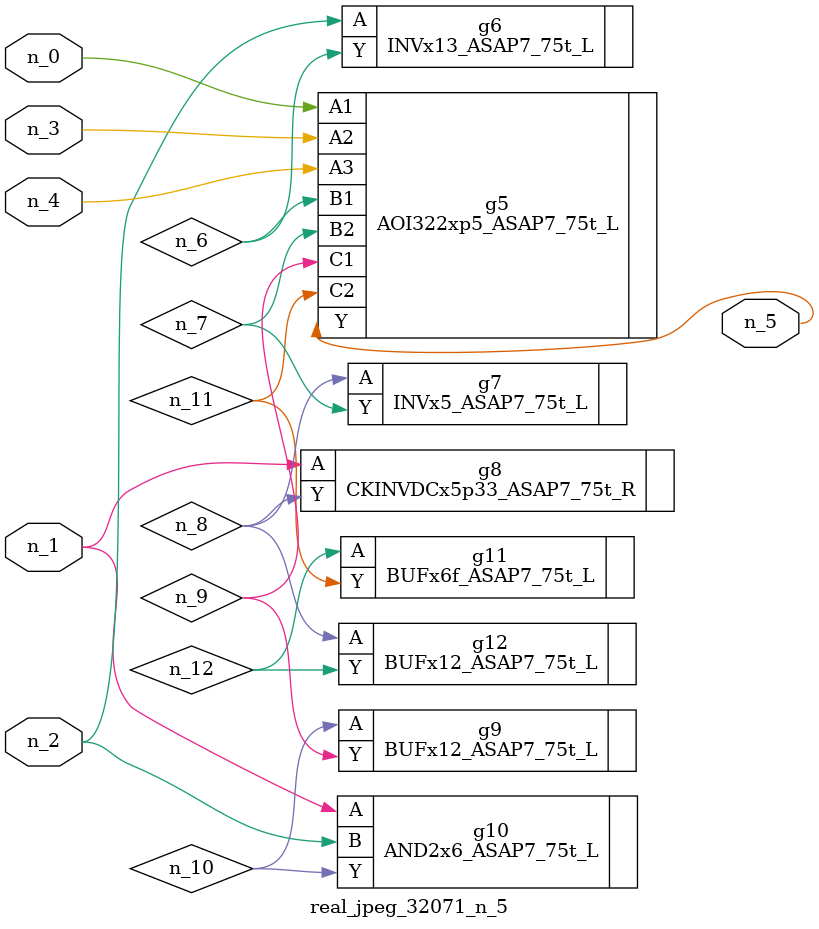
<source format=v>
module real_jpeg_32071_n_5 (n_4, n_0, n_1, n_2, n_3, n_5);

input n_4;
input n_0;
input n_1;
input n_2;
input n_3;

output n_5;

wire n_12;
wire n_8;
wire n_11;
wire n_6;
wire n_7;
wire n_10;
wire n_9;

AOI322xp5_ASAP7_75t_L g5 ( 
.A1(n_0),
.A2(n_3),
.A3(n_4),
.B1(n_6),
.B2(n_7),
.C1(n_9),
.C2(n_11),
.Y(n_5)
);

CKINVDCx5p33_ASAP7_75t_R g8 ( 
.A(n_1),
.Y(n_8)
);

AND2x6_ASAP7_75t_L g10 ( 
.A(n_1),
.B(n_2),
.Y(n_10)
);

INVx13_ASAP7_75t_L g6 ( 
.A(n_2),
.Y(n_6)
);

INVx5_ASAP7_75t_L g7 ( 
.A(n_8),
.Y(n_7)
);

BUFx12_ASAP7_75t_L g12 ( 
.A(n_8),
.Y(n_12)
);

BUFx12_ASAP7_75t_L g9 ( 
.A(n_10),
.Y(n_9)
);

BUFx6f_ASAP7_75t_L g11 ( 
.A(n_12),
.Y(n_11)
);


endmodule
</source>
